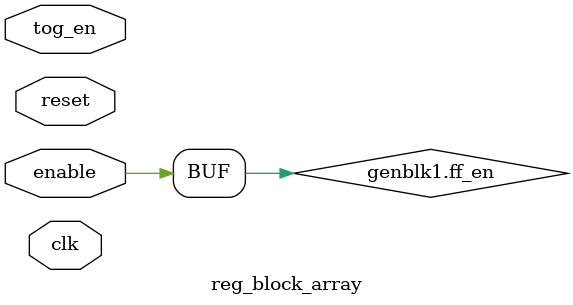
<source format=sv>


module reg_block_array #(
    parameter integer C_THROTTLE_MODE   = 1, // 1: clock throttling with BUFG, 0: throttle clock enable of sites FF input oscillator
    parameter integer N_SLICES          = 2
) (
    input  wire        clk,
    input  wire        reset,
    input  wire        enable,
    input  wire        tog_en
);

    generate
        if (N_SLICES > 0) begin

            wire ff_en;
            if (C_THROTTLE_MODE == 1) begin
                assign ff_en = enable;
            end else begin
                assign ff_en = tog_en & enable;
            end

            (*dont_touch ="true"*) wire [15:0] wire1 [N_SLICES-1:0];
            for (genvar ii = 0; ii < N_SLICES; ii++) begin : loop_slice_flop
                if (ii == 0) begin
                    // The FFs of one slice are oscillator. Outputs are driving the other FF of the power CU
                    for (genvar jj = 0; jj < 16; jj++) begin : genblk_fdre
                        FDRE #(
                            .INIT         ( 0    ), // Initial value of register, 1'b0, 1'b1
                            .IS_C_INVERTED( 1'b0 ), // Optional inversion for C
                            .IS_D_INVERTED( 1'b0 ), // Optional inversion for D
                            .IS_R_INVERTED( 1'b0 )  // Optional inversion for R
                        ) FDRE_inst (
                            .C  ( clk               ),  // 1-bit input: Clock
                            .R  ( reset             ),  // 1-bit input: Synchronous reset
                            .CE ( ff_en             ),  // 1-bit input: Clock enable
                            .D  ( ~wire1[ii][jj]    ),  // 1-bit input: Data
                            .Q  ( wire1[ii][jj]     )   // 1-bit output: Data
                        );
                    end: genblk_fdre

                end else begin
                    // Other FF of the other slices of the CR are chained, the floorplan of the chain is defined in gen_power_floorplan.tcl
                    for (genvar jj = 0; jj < 16; jj++) begin : genblk_fdre
                        // (*dont_touch ="true"*) wire lut_inv;
                        // // instantiate directly the LUT to be able to define a LOC constraint
                        // LUT1 #(
                        //     .INIT(2'h1) // INV
                        // )
                        // LUT_inst (
                        //     .O  (lut_inv),
                        //     .I0 (wire1[ii][jj])
                        // );

                        FDRE #(
                            .INIT         ( 0    ), // Initial value of register, 1'b0, 1'b1
                            .IS_C_INVERTED( 1'b0 ), // Optional inversion for C
                            .IS_D_INVERTED( 1'b0 ), // Optional inversion for D
                            .IS_R_INVERTED( 1'b0 )  // Optional inversion for R
                        ) FDRE_inst (
                            .C  ( clk               ),  // 1-bit input: Clock
                            .R  ( reset             ),  // 1-bit input: Synchronous reset
                            .CE ( enable            ),  // 1-bit input: Clock enable
                            // .D  ( lut_inv           ),  // 1-bit input: Data
                            .D  ( wire1[ii-1][jj]   ),  // 1-bit input: Data
                            .Q  ( wire1[ii][jj]     )   // 1-bit output: Data
                        );
                    end: genblk_fdre
                end
            end: loop_slice_flop
        end
    endgenerate


/*
generate
    if (N_SLICES > 0) begin

        (*dont_touch ="true"*) wire [15:0] wire1 [N_SLICES:0];
        (*dont_touch ="true"*) logic tog_en_d [4:0];

        always_ff @(posedge clk) begin
            tog_en_d[0] <= tog_en & enable;
            tog_en_d[1] <= tog_en_d[0];
            tog_en_d[2] <= tog_en_d[1];
            tog_en_d[3] <= tog_en_d[2];
            tog_en_d[4] <= tog_en_d[3];
        end

        for (genvar ii = 0; ii < N_SLICES; ii++) begin : loop_slice_flop

            // the first FF inverts its ouput when it's enabled
            // all other FF of the chain repeats the output of the previous FF
            if (ii == 0) begin
                for (genvar jj = 0; jj < 16; jj++) begin : genblk_fdre
                    FDRE #(
                        .INIT         ( 0    ),
                        .IS_C_INVERTED( 1'b0 ),
                        .IS_D_INVERTED( 1'b0 ),
                        .IS_R_INVERTED( 1'b0 )
                    ) FDRE_inst (
                        .C  ( clk               ),
                        .R  ( reset             ),
                        .CE ( tog_en_d[4]       ),
                        .D  ( ~wire1[ii][jj]    ),
                        .Q  ( wire1[ii][jj]     )
                    );
                end: genblk_fdre

            end else begin

                for (genvar jj = 0; jj < 16; jj++) begin : genblk_fdre

                    //  (*dont_touch ="true"*) wire lut_xor;
                    //
                    //  // instantiate directly the LUT as a XOR to be able to define a LOC constraint
                    //  LUT2 #(
                    //      .INIT(4'h6) // XOR : O=I0 & !I1 + !I0 & I1
                    //  )
                    //  LUT2_inst (
                    //      .O  (lut_xor),
                    //      .I0 (wire1[ii][jj]),
                    //      .I1 (wire1[ii-1][jj])
                    //  );

                    FDRE #(
                        .INIT         ( 0    ),
                        .IS_C_INVERTED( 1'b0 ),
                        .IS_D_INVERTED( 1'b0 ),
                        .IS_R_INVERTED( 1'b0 )
                    ) FDRE_inst (
                        .C  ( clk               ),
                        .R  ( reset             ),
                        .CE ( enable            ),
                        .D  ( wire1[ii-1][jj]  ),
                        // .D  ( lut_xor  ),
                        .Q  ( wire1[ii][jj]     )
                    );
                end: genblk_fdre
            end

        end: loop_slice_flop
    end
endgenerate
*/

endmodule : reg_block_array

</source>
